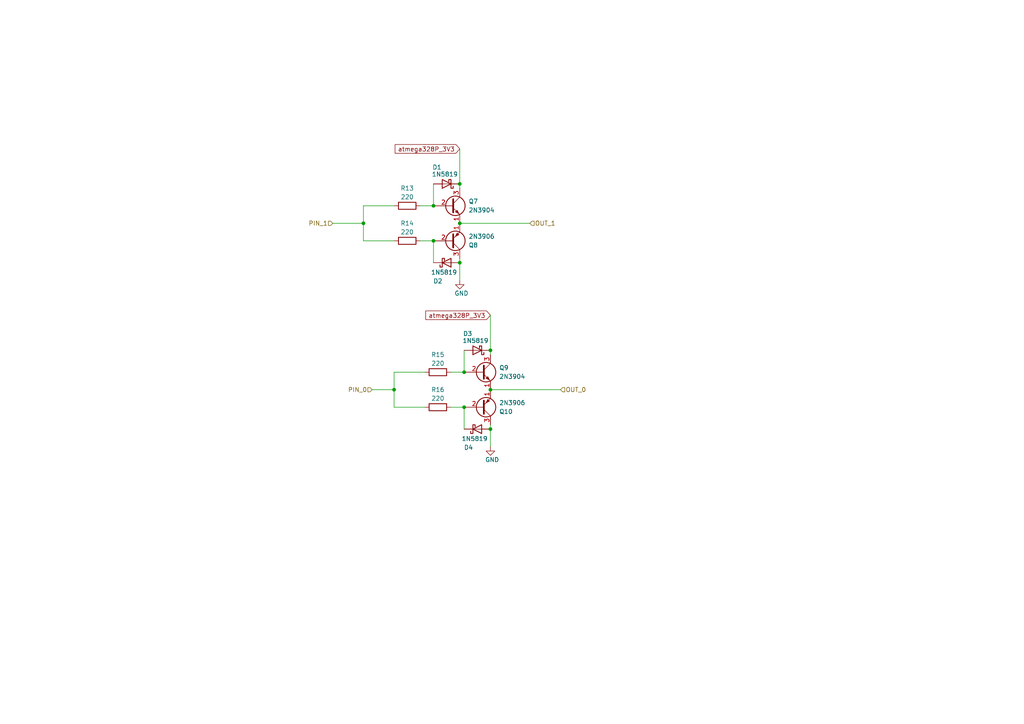
<source format=kicad_sch>
(kicad_sch (version 20231120) (generator "eeschema") (generator_version "8.0")
  (paper "A4")
  (lib_symbols
    (symbol "Device:R" (pin_numbers hide) (pin_names (offset 0))
      (property "Reference" "R" (at 2.032 0 90))
      (property "Value" "R" (at 0 0 90))
      (symbol "R_0_1"
        (rectangle (start -1.016 -2.54) (end 1.016 2.54) (stroke (width 0.254)))
      )
      (symbol "R_1_1"
        (pin passive line (at 0 3.81 270) (length 1.27) (name "~") (number "1"))
        (pin passive line (at 0 -3.81 90) (length 1.27) (name "~") (number "2"))
      )
    )
    (symbol "Diode:1N5819" (pin_numbers hide) (pin_names (offset 1.016) hide)
      (property "Reference" "D" (at 0 2.54 0))
      (property "Value" "1N5819" (at 0 -2.54 0))
      (symbol "1N5819_0_1"
        (polyline (pts (xy 1.27 0) (xy -1.27 0)))
        (polyline (pts (xy 1.27 1.27) (xy 1.27 -1.27) (xy -1.27 0) (xy 1.27 1.27)) (stroke (width 0.254)))
        (polyline (pts (xy -1.905 0.635) (xy -1.905 1.27) (xy -1.27 1.27) (xy -1.27 -1.27) (xy -0.635 -1.27) (xy -0.635 -0.635)) (stroke (width 0.254)))
      )
      (symbol "1N5819_1_1"
        (pin passive line (at -3.81 0 0) (length 2.54) (name "K") (number "1"))
        (pin passive line (at 3.81 0 180) (length 2.54) (name "A") (number "2"))
      )
    )
    (symbol "Transistor_BJT:2N3904" (pin_names (offset 0) hide)
      (property "Reference" "Q" (at 5.08 1.905 0))
      (property "Value" "2N3904" (at 5.08 0 0))
      (symbol "2N3904_0_1"
        (polyline (pts (xy 0.635 0.635) (xy 2.54 2.54)))
        (polyline (pts (xy 0.635 -0.635) (xy 2.54 -2.54) (xy 2.54 -2.54)))
        (polyline (pts (xy 0.635 1.905) (xy 0.635 -1.905) (xy 0.635 -1.905)) (stroke (width 0.508)))
        (polyline (pts (xy 1.27 -1.778) (xy 1.778 -1.27) (xy 2.286 -2.286) (xy 1.27 -1.778) (xy 1.27 -1.778)) (fill (type outline)))
        (circle (center 1.27 0) (radius 2.8194) (stroke (width 0.254)))
      )
      (symbol "2N3904_1_1"
        (pin passive line (at 2.54 -5.08 90) (length 2.54) (name "E") (number "1"))
        (pin passive line (at -5.08 0 0) (length 5.715) (name "B") (number "2"))
        (pin passive line (at 2.54 5.08 270) (length 2.54) (name "C") (number "3"))
      )
    )
    (symbol "Transistor_BJT:2N3906" (pin_names (offset 0) hide)
      (property "Reference" "Q" (at 5.08 1.905 0))
      (property "Value" "2N3906" (at 5.08 0 0))
      (symbol "2N3906_0_1"
        (polyline (pts (xy 0.635 0.635) (xy 2.54 2.54)))
        (polyline (pts (xy 0.635 -0.635) (xy 2.54 -2.54) (xy 2.54 -2.54)))
        (polyline (pts (xy 0.635 1.905) (xy 0.635 -1.905) (xy 0.635 -1.905)) (stroke (width 0.508)))
        (polyline (pts (xy 2.286 -1.778) (xy 1.778 -2.286) (xy 1.27 -1.27) (xy 2.286 -1.778) (xy 2.286 -1.778)) (fill (type outline)))
        (circle (center 1.27 0) (radius 2.8194) (stroke (width 0.254)))
      )
      (symbol "2N3906_1_1"
        (pin passive line (at 2.54 -5.08 90) (length 2.54) (name "E") (number "1"))
        (pin input line (at -5.08 0 0) (length 5.715) (name "B") (number "2"))
        (pin passive line (at 2.54 5.08 270) (length 2.54) (name "C") (number "3"))
      )
    )
    (symbol "power:GND" (power) (pin_names (offset 0))
      (property "Value" "GND" (at 0 -3.81 0))
      (symbol "GND_0_1"
        (polyline (pts (xy 0 0) (xy 0 -1.27) (xy 1.27 -1.27) (xy 0 -2.54) (xy -1.27 -1.27) (xy 0 -1.27)))
      )
      (symbol "GND_1_1"
        (pin power_in line (at 0 0 270) (length 0) hide (name "GND") (number "1"))
      )
    )
  )
  (junction (at 133.35 64.77))
  (junction (at 105.41 64.77))
  (junction (at 142.24 124.46))
  (junction (at 125.73 59.69))
  (junction (at 133.35 53.34))
  (junction (at 125.73 69.85))
  (junction (at 142.24 113.03))
  (junction (at 134.62 107.95))
  (junction (at 133.35 76.2))
  (junction (at 114.3 113.03))
  (junction (at 134.62 118.11))
  (junction (at 142.24 101.6))
  (wire (pts (xy 142.24 101.6) (xy 142.24 102.87)))
  (wire (pts (xy 114.3 107.95) (xy 114.3 113.03)))
  (wire (pts (xy 114.3 118.11) (xy 123.19 118.11)))
  (wire (pts (xy 142.24 113.03) (xy 162.56 113.03)))
  (wire (pts (xy 133.35 76.2) (xy 133.35 74.93)))
  (wire (pts (xy 121.92 59.69) (xy 125.73 59.69)))
  (wire (pts (xy 114.3 113.03) (xy 114.3 118.11)))
  (wire (pts (xy 133.35 43.18) (xy 133.35 53.34)))
  (wire (pts (xy 142.24 129.54) (xy 142.24 124.46)))
  (wire (pts (xy 134.62 118.11) (xy 134.62 124.46)))
  (wire (pts (xy 114.3 59.69) (xy 105.41 59.69)))
  (wire (pts (xy 134.62 101.6) (xy 134.62 107.95)))
  (wire (pts (xy 105.41 64.77) (xy 105.41 69.85)))
  (wire (pts (xy 130.81 118.11) (xy 134.62 118.11)))
  (wire (pts (xy 114.3 107.95) (xy 123.19 107.95)))
  (wire (pts (xy 114.3 69.85) (xy 105.41 69.85)))
  (wire (pts (xy 133.35 81.28) (xy 133.35 76.2)))
  (wire (pts (xy 133.35 64.77) (xy 153.67 64.77)))
  (wire (pts (xy 130.81 107.95) (xy 134.62 107.95)))
  (wire (pts (xy 142.24 91.44) (xy 142.24 101.6)))
  (wire (pts (xy 142.24 124.46) (xy 142.24 123.19)))
  (wire (pts (xy 125.73 53.34) (xy 125.73 59.69)))
  (wire (pts (xy 133.35 53.34) (xy 133.35 54.61)))
  (wire (pts (xy 107.95 113.03) (xy 114.3 113.03)))
  (wire (pts (xy 125.73 69.85) (xy 125.73 76.2)))
  (wire (pts (xy 121.92 69.85) (xy 125.73 69.85)))
  (wire (pts (xy 96.52 64.77) (xy 105.41 64.77)))
  (wire (pts (xy 105.41 59.69) (xy 105.41 64.77)))
  (global_label "atmega328P_3V3" (shape input) (at 133.35 43.18 180) (property "Intersheetrefs" "${INTERSHEET_REFS}" (effects (hide yes))))
  (global_label "atmega328P_3V3" (shape input) (at 142.24 91.44 180) (property "Intersheetrefs" "${INTERSHEET_REFS}" (effects (hide yes))))
  (hierarchical_label "OUT_0" (shape input) (at 162.56 113.03 0))
  (hierarchical_label "PIN_0" (shape input) (at 107.95 113.03 180))
  (hierarchical_label "OUT_1" (shape input) (at 153.67 64.77 0))
  (hierarchical_label "PIN_1" (shape input) (at 96.52 64.77 180))
  (symbol (lib_id "power:GND") (at 133.35 81.28 0) (unit 1)
    (property "Reference" "#PWR014" (effects (hide yes)))
    (property "Value" "GND" (at 135.89 85.09 0) (effects (justify right)))
  )
  (symbol (lib_id "Transistor_BJT:2N3906") (at 139.7 118.11 0) (mirror x) (unit 1)
    (property "Reference" "Q10" (at 144.78 119.38 0) (effects (justify left)))
    (property "Value" "2N3906" (at 144.78 116.84 0) (effects (justify left)))
    (property "Footprint" "Package_TO_SOT_THT:TO-92_Inline_Wide" (effects (hide yes)))
    (property "Datasheet" "https://www.onsemi.com/pub/Collateral/2N3906-D.PDF" (effects (hide yes)))
  )
  (symbol (lib_id "Diode:1N5819") (at 129.54 53.34 180) (unit 1)
    (property "Reference" "D1" (at 126.746 48.514 0))
    (property "Value" "1N5819" (at 129.032 50.546 0))
    (property "Footprint" "Diode_THT:D_DO-41_SOD81_P10.16mm_Horizontal" (effects (hide yes)))
    (property "Datasheet" "http://www.vishay.com/docs/88525/1n5817.pdf" (effects (hide yes)))
    (property "Description" "40V 1A Schottky Barrier Rectifier Diode, DO-41" (effects (hide yes)))
  )
  (symbol (lib_id "power:GND") (at 142.24 129.54 0) (unit 1)
    (property "Reference" "#PWR015" (effects (hide yes)))
    (property "Value" "GND" (at 144.78 133.35 0) (effects (justify right)))
  )
  (symbol (lib_id "Transistor_BJT:2N3906") (at 130.81 69.85 0) (mirror x) (unit 1)
    (property "Reference" "Q8" (at 135.89 71.12 0) (effects (justify left)))
    (property "Value" "2N3906" (at 135.89 68.58 0) (effects (justify left)))
    (property "Footprint" "Package_TO_SOT_THT:TO-92_Inline_Wide" (effects (hide yes)))
    (property "Datasheet" "https://www.onsemi.com/pub/Collateral/2N3906-D.PDF" (effects (hide yes)))
  )
  (symbol (lib_id "Device:R") (at 127 118.11 90) (unit 1)
    (property "Reference" "R16" (at 127 113.03 90))
    (property "Value" "220" (at 127 115.57 90))
    (property "Footprint" "Resistor_THT:R_Axial_DIN0204_L3.6mm_D1.6mm_P7.62mm_Horizontal" (effects (hide yes)))
  )
  (symbol (lib_id "Diode:1N5819") (at 138.43 124.46 0) (mirror x) (unit 1)
    (property "Reference" "D4" (at 135.89 129.794 0))
    (property "Value" "1N5819" (at 137.668 127.254 0))
    (property "Footprint" "Diode_THT:D_DO-41_SOD81_P10.16mm_Horizontal" (effects (hide yes)))
    (property "Datasheet" "http://www.vishay.com/docs/88525/1n5817.pdf" (effects (hide yes)))
    (property "Description" "40V 1A Schottky Barrier Rectifier Diode, DO-41" (effects (hide yes)))
  )
  (symbol (lib_id "Device:R") (at 127 107.95 90) (unit 1)
    (property "Reference" "R15" (at 127 102.87 90))
    (property "Value" "220" (at 127 105.41 90))
    (property "Footprint" "Resistor_THT:R_Axial_DIN0204_L3.6mm_D1.6mm_P7.62mm_Horizontal" (effects (hide yes)))
  )
  (symbol (lib_id "Transistor_BJT:2N3904") (at 130.81 59.69 0) (unit 1)
    (property "Reference" "Q7" (at 135.89 58.42 0) (effects (justify left)))
    (property "Value" "2N3904" (at 135.89 60.96 0) (effects (justify left)))
    (property "Footprint" "Package_TO_SOT_THT:TO-92_Inline_Wide" (effects (hide yes)))
    (property "Datasheet" "https://www.onsemi.com/pub/Collateral/2N3903-D.PDF" (effects (hide yes)))
  )
  (symbol (lib_id "Transistor_BJT:2N3904") (at 139.7 107.95 0) (unit 1)
    (property "Reference" "Q9" (at 144.78 106.68 0) (effects (justify left)))
    (property "Value" "2N3904" (at 144.78 109.22 0) (effects (justify left)))
    (property "Footprint" "Package_TO_SOT_THT:TO-92_Inline_Wide" (effects (hide yes)))
    (property "Datasheet" "https://www.onsemi.com/pub/Collateral/2N3903-D.PDF" (effects (hide yes)))
  )
  (symbol (lib_id "Device:R") (at 118.11 69.85 90) (unit 1)
    (property "Reference" "R14" (at 118.11 64.77 90))
    (property "Value" "220" (at 118.11 67.31 90))
    (property "Footprint" "Resistor_THT:R_Axial_DIN0204_L3.6mm_D1.6mm_P7.62mm_Horizontal" (effects (hide yes)))
  )
  (symbol (lib_id "Diode:1N5819") (at 129.54 76.2 0) (mirror x) (unit 1)
    (property "Reference" "D2" (at 127 81.534 0))
    (property "Value" "1N5819" (at 128.778 78.994 0))
    (property "Footprint" "Diode_THT:D_DO-41_SOD81_P10.16mm_Horizontal" (effects (hide yes)))
    (property "Datasheet" "http://www.vishay.com/docs/88525/1n5817.pdf" (effects (hide yes)))
    (property "Description" "40V 1A Schottky Barrier Rectifier Diode, DO-41" (effects (hide yes)))
  )
  (symbol (lib_id "Diode:1N5819") (at 138.43 101.6 180) (unit 1)
    (property "Reference" "D3" (at 135.636 96.774 0))
    (property "Value" "1N5819" (at 137.922 98.806 0))
    (property "Footprint" "Diode_THT:D_DO-41_SOD81_P10.16mm_Horizontal" (effects (hide yes)))
    (property "Datasheet" "http://www.vishay.com/docs/88525/1n5817.pdf" (effects (hide yes)))
    (property "Description" "40V 1A Schottky Barrier Rectifier Diode, DO-41" (effects (hide yes)))
  )
  (symbol (lib_id "Device:R") (at 118.11 59.69 90) (unit 1)
    (property "Reference" "R13" (at 118.11 54.61 90))
    (property "Value" "220" (at 118.11 57.15 90))
    (property "Footprint" "Resistor_THT:R_Axial_DIN0204_L3.6mm_D1.6mm_P7.62mm_Horizontal" (effects (hide yes)))
  )
)
</source>
